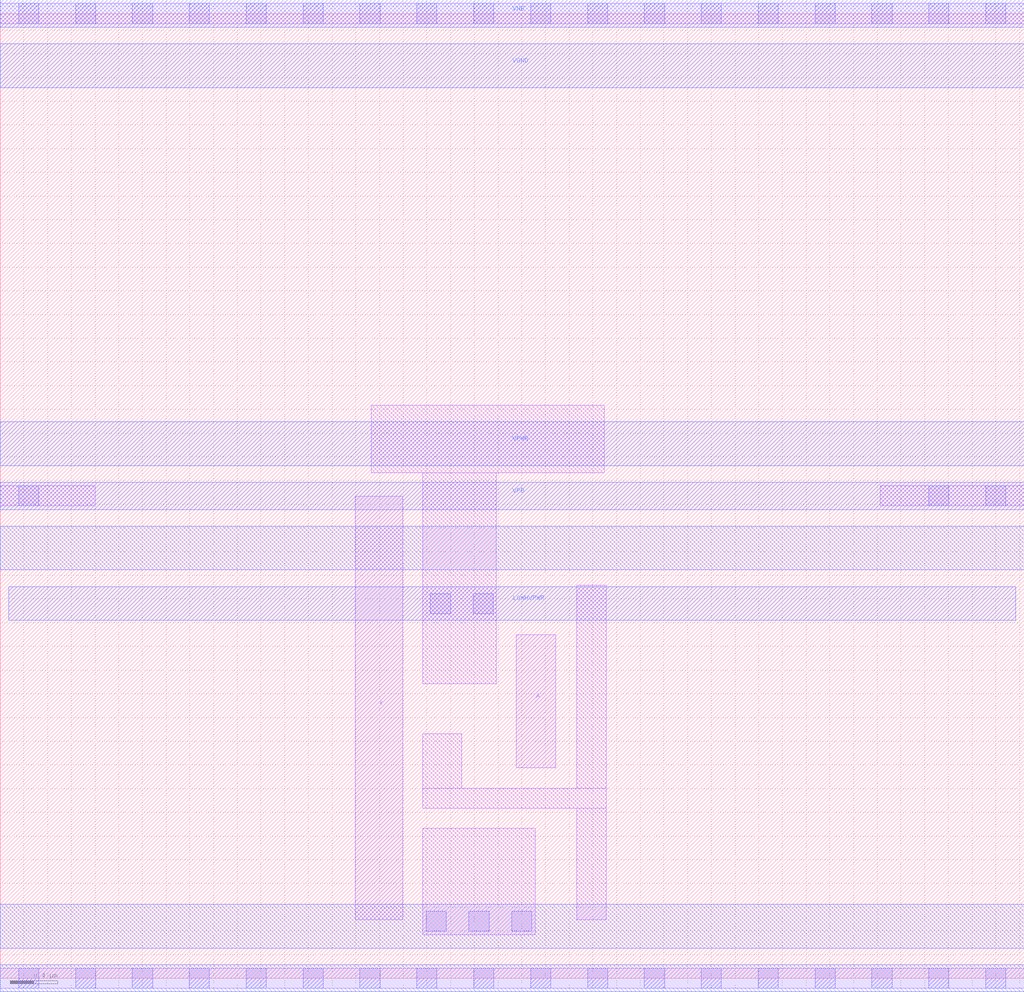
<source format=lef>
# Copyright 2020 The SkyWater PDK Authors
#
# Licensed under the Apache License, Version 2.0 (the "License");
# you may not use this file except in compliance with the License.
# You may obtain a copy of the License at
#
#     https://www.apache.org/licenses/LICENSE-2.0
#
# Unless required by applicable law or agreed to in writing, software
# distributed under the License is distributed on an "AS IS" BASIS,
# WITHOUT WARRANTIES OR CONDITIONS OF ANY KIND, either express or implied.
# See the License for the specific language governing permissions and
# limitations under the License.
#
# SPDX-License-Identifier: Apache-2.0

VERSION 5.7 ;
  NAMESCASESENSITIVE ON ;
  NOWIREEXTENSIONATPIN ON ;
  DIVIDERCHAR "/" ;
  BUSBITCHARS "[]" ;
UNITS
  DATABASE MICRONS 200 ;
END UNITS
SITE unithvdbl
  SYMMETRY y ;
  CLASS CORE ;
  SIZE  8.640000 BY  8.140000 ;
END unithvdbl
MACRO sky130_fd_sc_hvl__lsbufhv2hv_hl_1
  CLASS CORE ;
  SOURCE USER ;
  FOREIGN sky130_fd_sc_hvl__lsbufhv2hv_hl_1 ;
  ORIGIN  0.000000  0.000000 ;
  SIZE  8.640000 BY  8.140000 ;
  SYMMETRY X Y ;
  SITE unithvdbl ;
  PIN A
    ANTENNAGATEAREA  0.585000 ;
    DIRECTION INPUT ;
    USE SIGNAL ;
    PORT
      LAYER li1 ;
        RECT 4.355000 1.775000 4.685000 2.900000 ;
    END
  END A
  PIN X
    ANTENNADIFFAREA  0.626250 ;
    DIRECTION OUTPUT ;
    USE SIGNAL ;
    PORT
      LAYER li1 ;
        RECT 2.995000 0.495000 3.395000 4.065000 ;
    END
  END X
  PIN LOWHVPWR
    DIRECTION INOUT ;
    USE POWER ;
    PORT
      LAYER met1 ;
        RECT 0.070000 3.020000 8.570000 3.305000 ;
    END
  END LOWHVPWR
  PIN VGND
    DIRECTION INOUT ;
    USE GROUND ;
    PORT
      LAYER met1 ;
        RECT 0.000000 7.515000 8.640000 7.885000 ;
    END
  END VGND
  PIN VNB
    DIRECTION INOUT ;
    USE GROUND ;
    PORT
      LAYER met1 ;
        RECT 0.000000 8.025000 8.640000 8.255000 ;
    END
  END VNB
  PIN VPB
    DIRECTION INOUT ;
    USE POWER ;
    PORT
      LAYER met1 ;
        RECT 0.000000 3.955000 8.640000 4.185000 ;
    END
  END VPB
  PIN VPWR
    DIRECTION INOUT ;
    USE POWER ;
    PORT
      LAYER met1 ;
        RECT 0.000000 4.325000 8.640000 4.695000 ;
    END
  END VPWR
  OBS
    LAYER li1 ;
      RECT 0.000000 -0.085000 8.640000 0.085000 ;
      RECT 0.000000  3.985000 0.800000 4.155000 ;
      RECT 0.000000  8.055000 8.640000 8.225000 ;
      RECT 3.130000  4.265000 5.095000 4.835000 ;
      RECT 3.565000  0.365000 4.515000 1.265000 ;
      RECT 3.565000  1.435000 5.115000 1.605000 ;
      RECT 3.565000  1.605000 3.895000 2.065000 ;
      RECT 3.565000  2.485000 4.185000 4.265000 ;
      RECT 4.865000  0.495000 5.115000 1.435000 ;
      RECT 4.865000  1.605000 5.115000 3.315000 ;
      RECT 7.425000  3.985000 8.640000 4.155000 ;
    LAYER mcon ;
      RECT 0.155000 -0.085000 0.325000 0.085000 ;
      RECT 0.155000  3.985000 0.325000 4.155000 ;
      RECT 0.155000  8.055000 0.325000 8.225000 ;
      RECT 0.635000 -0.085000 0.805000 0.085000 ;
      RECT 0.635000  8.055000 0.805000 8.225000 ;
      RECT 1.115000 -0.085000 1.285000 0.085000 ;
      RECT 1.115000  8.055000 1.285000 8.225000 ;
      RECT 1.595000 -0.085000 1.765000 0.085000 ;
      RECT 1.595000  8.055000 1.765000 8.225000 ;
      RECT 2.075000 -0.085000 2.245000 0.085000 ;
      RECT 2.075000  8.055000 2.245000 8.225000 ;
      RECT 2.555000 -0.085000 2.725000 0.085000 ;
      RECT 2.555000  8.055000 2.725000 8.225000 ;
      RECT 3.035000 -0.085000 3.205000 0.085000 ;
      RECT 3.035000  8.055000 3.205000 8.225000 ;
      RECT 3.515000 -0.085000 3.685000 0.085000 ;
      RECT 3.515000  8.055000 3.685000 8.225000 ;
      RECT 3.595000  0.395000 3.765000 0.565000 ;
      RECT 3.630000  3.075000 3.800000 3.245000 ;
      RECT 3.955000  0.395000 4.125000 0.565000 ;
      RECT 3.990000  3.075000 4.160000 3.245000 ;
      RECT 3.995000 -0.085000 4.165000 0.085000 ;
      RECT 3.995000  8.055000 4.165000 8.225000 ;
      RECT 4.315000  0.395000 4.485000 0.565000 ;
      RECT 4.475000 -0.085000 4.645000 0.085000 ;
      RECT 4.475000  8.055000 4.645000 8.225000 ;
      RECT 4.955000 -0.085000 5.125000 0.085000 ;
      RECT 4.955000  8.055000 5.125000 8.225000 ;
      RECT 5.435000 -0.085000 5.605000 0.085000 ;
      RECT 5.435000  8.055000 5.605000 8.225000 ;
      RECT 5.915000 -0.085000 6.085000 0.085000 ;
      RECT 5.915000  8.055000 6.085000 8.225000 ;
      RECT 6.395000 -0.085000 6.565000 0.085000 ;
      RECT 6.395000  8.055000 6.565000 8.225000 ;
      RECT 6.875000 -0.085000 7.045000 0.085000 ;
      RECT 6.875000  8.055000 7.045000 8.225000 ;
      RECT 7.355000 -0.085000 7.525000 0.085000 ;
      RECT 7.355000  8.055000 7.525000 8.225000 ;
      RECT 7.835000 -0.085000 8.005000 0.085000 ;
      RECT 7.835000  3.985000 8.005000 4.155000 ;
      RECT 7.835000  8.055000 8.005000 8.225000 ;
      RECT 8.315000 -0.085000 8.485000 0.085000 ;
      RECT 8.315000  3.985000 8.485000 4.155000 ;
      RECT 8.315000  8.055000 8.485000 8.225000 ;
    LAYER met1 ;
      RECT 0.000000 -0.115000 8.640000 0.115000 ;
      RECT 0.000000  0.255000 8.640000 0.625000 ;
      RECT 0.000000  3.445000 8.640000 3.815000 ;
  END
END sky130_fd_sc_hvl__lsbufhv2hv_hl_1

</source>
